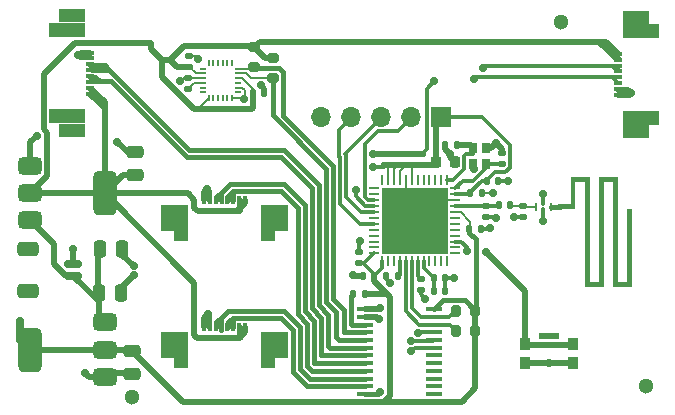
<source format=gbr>
%TF.GenerationSoftware,KiCad,Pcbnew,8.0.6*%
%TF.CreationDate,2024-11-26T20:51:27-05:00*%
%TF.ProjectId,pb_mobo_final,70625f6d-6f62-46f5-9f66-696e616c2e6b,rev?*%
%TF.SameCoordinates,Original*%
%TF.FileFunction,Copper,L1,Top*%
%TF.FilePolarity,Positive*%
%FSLAX46Y46*%
G04 Gerber Fmt 4.6, Leading zero omitted, Abs format (unit mm)*
G04 Created by KiCad (PCBNEW 8.0.6) date 2024-11-26 20:51:27*
%MOMM*%
%LPD*%
G01*
G04 APERTURE LIST*
G04 Aperture macros list*
%AMRoundRect*
0 Rectangle with rounded corners*
0 $1 Rounding radius*
0 $2 $3 $4 $5 $6 $7 $8 $9 X,Y pos of 4 corners*
0 Add a 4 corners polygon primitive as box body*
4,1,4,$2,$3,$4,$5,$6,$7,$8,$9,$2,$3,0*
0 Add four circle primitives for the rounded corners*
1,1,$1+$1,$2,$3*
1,1,$1+$1,$4,$5*
1,1,$1+$1,$6,$7*
1,1,$1+$1,$8,$9*
0 Add four rect primitives between the rounded corners*
20,1,$1+$1,$2,$3,$4,$5,0*
20,1,$1+$1,$4,$5,$6,$7,0*
20,1,$1+$1,$6,$7,$8,$9,0*
20,1,$1+$1,$8,$9,$2,$3,0*%
G04 Aperture macros list end*
%TA.AperFunction,EtchedComponent*%
%ADD10C,0.000000*%
%TD*%
%TA.AperFunction,WasherPad*%
%ADD11C,1.300000*%
%TD*%
%TA.AperFunction,SMDPad,CuDef*%
%ADD12RoundRect,0.050000X-0.050000X0.225000X-0.050000X-0.225000X0.050000X-0.225000X0.050000X0.225000X0*%
%TD*%
%TA.AperFunction,SMDPad,CuDef*%
%ADD13RoundRect,0.050000X-0.225000X-0.050000X0.225000X-0.050000X0.225000X0.050000X-0.225000X0.050000X0*%
%TD*%
%TA.AperFunction,SMDPad,CuDef*%
%ADD14RoundRect,0.250000X-0.250000X-0.475000X0.250000X-0.475000X0.250000X0.475000X-0.250000X0.475000X0*%
%TD*%
%TA.AperFunction,SMDPad,CuDef*%
%ADD15RoundRect,0.140000X0.170000X-0.140000X0.170000X0.140000X-0.170000X0.140000X-0.170000X-0.140000X0*%
%TD*%
%TA.AperFunction,SMDPad,CuDef*%
%ADD16RoundRect,0.140000X-0.170000X0.140000X-0.170000X-0.140000X0.170000X-0.140000X0.170000X0.140000X0*%
%TD*%
%TA.AperFunction,SMDPad,CuDef*%
%ADD17RoundRect,0.140000X-0.140000X-0.170000X0.140000X-0.170000X0.140000X0.170000X-0.140000X0.170000X0*%
%TD*%
%TA.AperFunction,SMDPad,CuDef*%
%ADD18RoundRect,0.375000X-0.625000X-0.375000X0.625000X-0.375000X0.625000X0.375000X-0.625000X0.375000X0*%
%TD*%
%TA.AperFunction,SMDPad,CuDef*%
%ADD19RoundRect,0.500000X-0.500000X-1.400000X0.500000X-1.400000X0.500000X1.400000X-0.500000X1.400000X0*%
%TD*%
%TA.AperFunction,ComponentPad*%
%ADD20R,1.700000X1.700000*%
%TD*%
%TA.AperFunction,ComponentPad*%
%ADD21O,1.700000X1.700000*%
%TD*%
%TA.AperFunction,SMDPad,CuDef*%
%ADD22RoundRect,0.200000X0.275000X-0.200000X0.275000X0.200000X-0.275000X0.200000X-0.275000X-0.200000X0*%
%TD*%
%TA.AperFunction,ConnectorPad*%
%ADD23R,0.400000X0.400000*%
%TD*%
%TA.AperFunction,SMDPad,CuDef*%
%ADD24R,3.049999X1.300000*%
%TD*%
%TA.AperFunction,SMDPad,CuDef*%
%ADD25R,0.800000X0.300000*%
%TD*%
%TA.AperFunction,SMDPad,CuDef*%
%ADD26R,0.300000X0.800000*%
%TD*%
%TA.AperFunction,SMDPad,CuDef*%
%ADD27R,1.300000X3.049999*%
%TD*%
%TA.AperFunction,SMDPad,CuDef*%
%ADD28RoundRect,0.150000X-0.625000X0.150000X-0.625000X-0.150000X0.625000X-0.150000X0.625000X0.150000X0*%
%TD*%
%TA.AperFunction,SMDPad,CuDef*%
%ADD29RoundRect,0.250000X-0.650000X0.350000X-0.650000X-0.350000X0.650000X-0.350000X0.650000X0.350000X0*%
%TD*%
%TA.AperFunction,SMDPad,CuDef*%
%ADD30RoundRect,0.200000X0.200000X0.275000X-0.200000X0.275000X-0.200000X-0.275000X0.200000X-0.275000X0*%
%TD*%
%TA.AperFunction,SMDPad,CuDef*%
%ADD31RoundRect,0.225000X-0.225000X-0.250000X0.225000X-0.250000X0.225000X0.250000X-0.225000X0.250000X0*%
%TD*%
%TA.AperFunction,SMDPad,CuDef*%
%ADD32R,0.900000X1.000000*%
%TD*%
%TA.AperFunction,SMDPad,CuDef*%
%ADD33R,1.700000X0.550000*%
%TD*%
%TA.AperFunction,SMDPad,CuDef*%
%ADD34RoundRect,0.140000X0.140000X0.170000X-0.140000X0.170000X-0.140000X-0.170000X0.140000X-0.170000X0*%
%TD*%
%TA.AperFunction,SMDPad,CuDef*%
%ADD35RoundRect,0.135000X-0.135000X-0.185000X0.135000X-0.185000X0.135000X0.185000X-0.135000X0.185000X0*%
%TD*%
%TA.AperFunction,SMDPad,CuDef*%
%ADD36RoundRect,0.062500X0.062500X-0.375000X0.062500X0.375000X-0.062500X0.375000X-0.062500X-0.375000X0*%
%TD*%
%TA.AperFunction,SMDPad,CuDef*%
%ADD37RoundRect,0.062500X0.375000X-0.062500X0.375000X0.062500X-0.375000X0.062500X-0.375000X-0.062500X0*%
%TD*%
%TA.AperFunction,HeatsinkPad*%
%ADD38R,5.600000X5.600000*%
%TD*%
%TA.AperFunction,SMDPad,CuDef*%
%ADD39RoundRect,0.147500X-0.147500X-0.172500X0.147500X-0.172500X0.147500X0.172500X-0.147500X0.172500X0*%
%TD*%
%TA.AperFunction,SMDPad,CuDef*%
%ADD40RoundRect,0.250000X0.475000X-0.250000X0.475000X0.250000X-0.475000X0.250000X-0.475000X-0.250000X0*%
%TD*%
%TA.AperFunction,SMDPad,CuDef*%
%ADD41RoundRect,0.375000X0.625000X0.375000X-0.625000X0.375000X-0.625000X-0.375000X0.625000X-0.375000X0*%
%TD*%
%TA.AperFunction,SMDPad,CuDef*%
%ADD42RoundRect,0.500000X0.500000X1.400000X-0.500000X1.400000X-0.500000X-1.400000X0.500000X-1.400000X0*%
%TD*%
%TA.AperFunction,SMDPad,CuDef*%
%ADD43R,0.800000X0.900000*%
%TD*%
%TA.AperFunction,SMDPad,CuDef*%
%ADD44R,0.457200X0.254000*%
%TD*%
%TA.AperFunction,SMDPad,CuDef*%
%ADD45R,0.279400X0.711200*%
%TD*%
%TA.AperFunction,SMDPad,CuDef*%
%ADD46RoundRect,0.135000X0.135000X0.185000X-0.135000X0.185000X-0.135000X-0.185000X0.135000X-0.185000X0*%
%TD*%
%TA.AperFunction,SMDPad,CuDef*%
%ADD47RoundRect,0.250000X-0.475000X0.250000X-0.475000X-0.250000X0.475000X-0.250000X0.475000X0.250000X0*%
%TD*%
%TA.AperFunction,SMDPad,CuDef*%
%ADD48R,1.473200X0.355600*%
%TD*%
%TA.AperFunction,ViaPad*%
%ADD49C,0.700000*%
%TD*%
%TA.AperFunction,Conductor*%
%ADD50C,0.500000*%
%TD*%
%TA.AperFunction,Conductor*%
%ADD51C,0.400000*%
%TD*%
%TA.AperFunction,Conductor*%
%ADD52C,0.700000*%
%TD*%
%TA.AperFunction,Conductor*%
%ADD53C,0.300000*%
%TD*%
%TA.AperFunction,Conductor*%
%ADD54C,0.200000*%
%TD*%
G04 APERTURE END LIST*
%TA.AperFunction,EtchedComponent*%
%TO.C,AE1*%
G36*
X207912500Y-83312500D02*
G01*
X208312500Y-83312500D01*
X208312500Y-89912500D01*
X207912500Y-89912500D01*
X207912500Y-83312500D01*
G37*
%TD.AperFunction*%
%TA.AperFunction,EtchedComponent*%
G36*
X207112500Y-89512500D02*
G01*
X207912500Y-89512500D01*
X207912500Y-89912500D01*
X207112500Y-89912500D01*
X207112500Y-89512500D01*
G37*
%TD.AperFunction*%
%TA.AperFunction,EtchedComponent*%
G36*
X206712500Y-80612500D02*
G01*
X207112500Y-80612500D01*
X207112500Y-89912500D01*
X206712500Y-89912500D01*
X206712500Y-80612500D01*
G37*
%TD.AperFunction*%
%TA.AperFunction,EtchedComponent*%
G36*
X205912500Y-80612500D02*
G01*
X206712500Y-80612500D01*
X206712500Y-81012500D01*
X205912500Y-81012500D01*
X205912500Y-80612500D01*
G37*
%TD.AperFunction*%
%TA.AperFunction,EtchedComponent*%
G36*
X205512500Y-80612500D02*
G01*
X205912500Y-80612500D01*
X205912500Y-89912500D01*
X205512500Y-89912500D01*
X205512500Y-80612500D01*
G37*
%TD.AperFunction*%
%TA.AperFunction,EtchedComponent*%
G36*
X204712500Y-89512500D02*
G01*
X205512500Y-89512500D01*
X205512500Y-89912500D01*
X204712500Y-89912500D01*
X204712500Y-89512500D01*
G37*
%TD.AperFunction*%
%TA.AperFunction,EtchedComponent*%
G36*
X204312500Y-80612500D02*
G01*
X204712500Y-80612500D01*
X204712500Y-89912500D01*
X204312500Y-89912500D01*
X204312500Y-80612500D01*
G37*
%TD.AperFunction*%
%TA.AperFunction,EtchedComponent*%
G36*
X203112500Y-80612500D02*
G01*
X204712500Y-80612500D01*
X204712500Y-81012500D01*
X203112500Y-81012500D01*
X203112500Y-80612500D01*
G37*
%TD.AperFunction*%
%TA.AperFunction,EtchedComponent*%
G36*
X203112500Y-80612500D02*
G01*
X203512500Y-80612500D01*
X203512500Y-83312500D01*
X203112500Y-83312500D01*
X203112500Y-80612500D01*
G37*
%TD.AperFunction*%
%TA.AperFunction,EtchedComponent*%
G36*
X202012500Y-82912500D02*
G01*
X203512500Y-82912500D01*
X203512500Y-83312500D01*
X202012500Y-83312500D01*
X202012500Y-82912500D01*
G37*
%TD.AperFunction*%
D10*
%TA.AperFunction,EtchedComponent*%
%TO.C,J6*%
G36*
X162025000Y-77200003D02*
G01*
X159825000Y-77200003D01*
X159825000Y-76100003D01*
X162025000Y-76100003D01*
X162025000Y-77200003D01*
G37*
%TD.AperFunction*%
%TA.AperFunction,EtchedComponent*%
G36*
X162025000Y-67500003D02*
G01*
X159825000Y-67500003D01*
X159825000Y-66400003D01*
X162025000Y-66400003D01*
X162025000Y-67500003D01*
G37*
%TD.AperFunction*%
%TA.AperFunction,EtchedComponent*%
%TO.C,J4*%
G36*
X169500000Y-85175000D02*
G01*
X168400000Y-85175000D01*
X168400000Y-82975000D01*
X169500000Y-82975000D01*
X169500000Y-85175000D01*
G37*
%TD.AperFunction*%
%TA.AperFunction,EtchedComponent*%
G36*
X179200000Y-85175000D02*
G01*
X178100000Y-85175000D01*
X178100000Y-82975000D01*
X179200000Y-82975000D01*
X179200000Y-85175000D01*
G37*
%TD.AperFunction*%
%TA.AperFunction,EtchedComponent*%
%TO.C,J5*%
G36*
X209726070Y-77300000D02*
G01*
X207526070Y-77300000D01*
X207526070Y-76200000D01*
X209726070Y-76200000D01*
X209726070Y-77300000D01*
G37*
%TD.AperFunction*%
%TA.AperFunction,EtchedComponent*%
G36*
X209726070Y-67600000D02*
G01*
X207526070Y-67600000D01*
X207526070Y-66500000D01*
X209726070Y-66500000D01*
X209726070Y-67600000D01*
G37*
%TD.AperFunction*%
%TA.AperFunction,EtchedComponent*%
%TO.C,J3*%
G36*
X169500000Y-95900000D02*
G01*
X168400000Y-95900000D01*
X168400000Y-93700000D01*
X169500000Y-93700000D01*
X169500000Y-95900000D01*
G37*
%TD.AperFunction*%
%TA.AperFunction,EtchedComponent*%
G36*
X179200000Y-95900000D02*
G01*
X178100000Y-95900000D01*
X178100000Y-93700000D01*
X179200000Y-93700000D01*
X179200000Y-95900000D01*
G37*
%TD.AperFunction*%
%TD*%
D11*
%TO.P,REF\u002A\u002A,*%
%TO.N,*%
X166000000Y-99250000D03*
%TD*%
%TO.P,REF\u002A\u002A,*%
%TO.N,*%
X202250000Y-67500000D03*
%TD*%
%TO.P,REF\u002A\u002A,*%
%TO.N,*%
X209500000Y-98250000D03*
%TD*%
D12*
%TO.P,U6,1,NC*%
%TO.N,unconnected-(U6-NC-Pad1)*%
X174443101Y-70913101D03*
%TO.P,U6,2,NC*%
%TO.N,unconnected-(U6-NC-Pad2)*%
X174043101Y-70913101D03*
%TO.P,U6,3,NC*%
%TO.N,unconnected-(U6-NC-Pad3)*%
X173643101Y-70913101D03*
%TO.P,U6,4,NC*%
%TO.N,unconnected-(U6-NC-Pad4)*%
X173243101Y-70913101D03*
%TO.P,U6,5,NC*%
%TO.N,unconnected-(U6-NC-Pad5)*%
X172843101Y-70913101D03*
%TO.P,U6,6,NC*%
%TO.N,unconnected-(U6-NC-Pad6)*%
X172443101Y-70913101D03*
D13*
%TO.P,U6,7,AUX_CL*%
%TO.N,unconnected-(U6-AUX_CL-Pad7)*%
X171943101Y-71413101D03*
%TO.P,U6,8,VDDIO*%
%TO.N,+1V8*%
X171943101Y-71813101D03*
%TO.P,U6,9,SDO/AD0*%
%TO.N,GND*%
X171943101Y-72213101D03*
%TO.P,U6,10,REGOUT*%
%TO.N,Net-(U6-REGOUT)*%
X171943101Y-72613101D03*
%TO.P,U6,11,FSYNC*%
%TO.N,unconnected-(U6-FSYNC-Pad11)*%
X171943101Y-73013101D03*
%TO.P,U6,12,INT1*%
%TO.N,unconnected-(U6-INT1-Pad12)*%
X171943101Y-73413101D03*
D12*
%TO.P,U6,13,VDD*%
%TO.N,+1V8*%
X172443101Y-73913101D03*
%TO.P,U6,14,NC*%
%TO.N,unconnected-(U6-NC-Pad14)*%
X172843101Y-73913101D03*
%TO.P,U6,15,NC*%
%TO.N,unconnected-(U6-NC-Pad15)*%
X173243101Y-73913101D03*
%TO.P,U6,16,NC*%
%TO.N,unconnected-(U6-NC-Pad16)*%
X173643101Y-73913101D03*
%TO.P,U6,17,NC*%
%TO.N,unconnected-(U6-NC-Pad17)*%
X174043101Y-73913101D03*
%TO.P,U6,18,GND*%
%TO.N,GND*%
X174443101Y-73913101D03*
D13*
%TO.P,U6,19,RESV*%
%TO.N,unconnected-(U6-RESV-Pad19)*%
X174943101Y-73413101D03*
%TO.P,U6,20,GND*%
%TO.N,GND*%
X174943101Y-73013101D03*
%TO.P,U6,21,AUX_DA*%
%TO.N,unconnected-(U6-AUX_DA-Pad21)*%
X174943101Y-72613101D03*
%TO.P,U6,22,~{CS}*%
%TO.N,+1V8*%
X174943101Y-72213101D03*
%TO.P,U6,23,SCL/SCLK*%
%TO.N,Net-(U4-SC0)*%
X174943101Y-71813101D03*
%TO.P,U6,24,SDA/SDI*%
%TO.N,Net-(U4-SD0)*%
X174943101Y-71413101D03*
%TD*%
D14*
%TO.P,C21,1*%
%TO.N,VBUS*%
X163250000Y-86700000D03*
%TO.P,C21,2*%
%TO.N,GND*%
X165150000Y-86700000D03*
%TD*%
D15*
%TO.P,C5,1*%
%TO.N,+3.3V*%
X189500000Y-79580000D03*
%TO.P,C5,2*%
%TO.N,GND*%
X189500000Y-78620000D03*
%TD*%
D16*
%TO.P,C3,1*%
%TO.N,Net-(U1-NRST(PB11))*%
X190400000Y-89220000D03*
%TO.P,C3,2*%
%TO.N,GND*%
X190400000Y-90180000D03*
%TD*%
D17*
%TO.P,C13,1*%
%TO.N,+3.3VA*%
X191520000Y-90200000D03*
%TO.P,C13,2*%
%TO.N,GND*%
X192480000Y-90200000D03*
%TD*%
D18*
%TO.P,U5,1,GND*%
%TO.N,GND*%
X157350000Y-79650000D03*
%TO.P,U5,2,VO*%
%TO.N,+1V8*%
X157350000Y-81950000D03*
D19*
X163650000Y-81950000D03*
D18*
%TO.P,U5,3,VI*%
%TO.N,VBUS*%
X157350000Y-84250000D03*
%TD*%
D20*
%TO.P,J1,1,Pin_1*%
%TO.N,+3.3V*%
X192100000Y-75500000D03*
D21*
%TO.P,J1,2,Pin_2*%
%TO.N,Net-(J1-Pin_2)*%
X189560000Y-75500000D03*
%TO.P,J1,3,Pin_3*%
%TO.N,Net-(J1-Pin_3)*%
X187020000Y-75500000D03*
%TO.P,J1,4,Pin_4*%
%TO.N,SWO*%
X184480000Y-75500000D03*
%TO.P,J1,5,Pin_5*%
%TO.N,GND*%
X181940000Y-75500000D03*
%TD*%
D22*
%TO.P,R5,1*%
%TO.N,Net-(U4-SD0)*%
X176293101Y-71263101D03*
%TO.P,R5,2*%
%TO.N,+1V8*%
X176293101Y-69613101D03*
%TD*%
D23*
%TO.P,AE1,1,A*%
%TO.N,Net-(AE1-A)*%
X202212500Y-83112500D03*
%TD*%
D17*
%TO.P,C12,1*%
%TO.N,+3.3VA*%
X191520000Y-89130000D03*
%TO.P,C12,2*%
%TO.N,GND*%
X192480000Y-89130000D03*
%TD*%
D24*
%TO.P,J6,P2,P2*%
%TO.N,GND*%
X160500000Y-75450000D03*
%TO.P,J6,P1,P1*%
X160500000Y-68150006D03*
D25*
%TO.P,J6,8,8*%
%TO.N,+1V8*%
X162425000Y-73550007D03*
%TO.P,J6,7,7*%
X162425000Y-73050006D03*
%TO.P,J6,6,6*%
%TO.N,LS_CLK*%
X162425000Y-72550007D03*
%TO.P,J6,5,5*%
X162425000Y-72050008D03*
%TO.P,J6,4,4*%
%TO.N,LS_DA*%
X162425000Y-71550006D03*
%TO.P,J6,3,3*%
X162425000Y-71050007D03*
%TO.P,J6,2,2*%
%TO.N,GND*%
X162425000Y-70550006D03*
%TO.P,J6,1,1*%
X162425000Y-70050007D03*
%TD*%
D26*
%TO.P,J4,1,1*%
%TO.N,GND*%
X172050004Y-82575000D03*
%TO.P,J4,2,2*%
X172550003Y-82575000D03*
%TO.P,J4,3,3*%
%TO.N,MB_DA*%
X173050004Y-82575000D03*
%TO.P,J4,4,4*%
X173550003Y-82575000D03*
%TO.P,J4,5,5*%
%TO.N,MB_CLK*%
X174050005Y-82575000D03*
%TO.P,J4,6,6*%
X174550004Y-82575000D03*
%TO.P,J4,7,7*%
%TO.N,+1V8*%
X175050003Y-82575000D03*
%TO.P,J4,8,8*%
X175550004Y-82575000D03*
D27*
%TO.P,J4,P1,P1*%
%TO.N,GND*%
X170150003Y-84500000D03*
%TO.P,J4,P2,P2*%
X177449997Y-84500000D03*
%TD*%
D28*
%TO.P,J2,1,Pin_1*%
%TO.N,GND*%
X161000000Y-87950000D03*
%TO.P,J2,2,Pin_2*%
%TO.N,VBUS*%
X161000000Y-88950000D03*
D29*
%TO.P,J2,MP*%
%TO.N,N/C*%
X157125000Y-86650000D03*
X157125000Y-90250000D03*
%TD*%
D15*
%TO.P,C9,1*%
%TO.N,+3.3V*%
X187400000Y-79580000D03*
%TO.P,C9,2*%
%TO.N,GND*%
X187400000Y-78620000D03*
%TD*%
%TO.P,C24,1*%
%TO.N,+1V8*%
X170793101Y-71263101D03*
%TO.P,C24,2*%
%TO.N,GND*%
X170793101Y-70303101D03*
%TD*%
%TO.P,C6,1*%
%TO.N,+3.3V*%
X190500000Y-79560000D03*
%TO.P,C6,2*%
%TO.N,GND*%
X190500000Y-78600000D03*
%TD*%
D16*
%TO.P,C16,2*%
%TO.N,GND*%
X199100000Y-83980000D03*
%TO.P,C16,1*%
%TO.N,Net-(U2-IN)*%
X199100000Y-83020000D03*
%TD*%
D30*
%TO.P,R2,2*%
%TO.N,Net-(U1-PB8)*%
X193375000Y-93600000D03*
%TO.P,R2,1*%
%TO.N,+3.3V*%
X195025000Y-93600000D03*
%TD*%
D15*
%TO.P,C22,1*%
%TO.N,Net-(U6-REGOUT)*%
X170693101Y-73143101D03*
%TO.P,C22,2*%
%TO.N,GND*%
X170693101Y-72183101D03*
%TD*%
%TO.P,C10,1*%
%TO.N,+3.3V*%
X188500000Y-79580000D03*
%TO.P,C10,2*%
%TO.N,GND*%
X188500000Y-78620000D03*
%TD*%
D17*
%TO.P,C15,1*%
%TO.N,+3.3V*%
X194620000Y-81900000D03*
%TO.P,C15,2*%
%TO.N,GND*%
X195580000Y-81900000D03*
%TD*%
D31*
%TO.P,C11,1*%
%TO.N,+3.3V*%
X191725000Y-79300000D03*
%TO.P,C11,2*%
%TO.N,GND*%
X193275000Y-79300000D03*
%TD*%
D32*
%TO.P,SW2,1,1*%
%TO.N,Net-(U1-PA6)*%
X199200000Y-94700000D03*
X203300000Y-94700000D03*
%TO.P,SW2,2,2*%
%TO.N,GND*%
X199200000Y-96300000D03*
X203300000Y-96300000D03*
D33*
%TO.P,SW2,SH*%
%TO.N,N/C*%
X201250000Y-94075000D03*
%TD*%
D34*
%TO.P,C1,1*%
%TO.N,Net-(U1-OSC_IN)*%
X193460000Y-77900000D03*
%TO.P,C1,2*%
%TO.N,GND*%
X192500000Y-77900000D03*
%TD*%
D15*
%TO.P,C2,2*%
%TO.N,GND*%
X197300000Y-78520000D03*
%TO.P,C2,1*%
%TO.N,Net-(U1-OSC_OUT)*%
X197300000Y-79480000D03*
%TD*%
%TO.P,C4,1*%
%TO.N,+3.3V*%
X185200000Y-87880000D03*
%TO.P,C4,2*%
%TO.N,GND*%
X185200000Y-86920000D03*
%TD*%
D30*
%TO.P,R1,1*%
%TO.N,+3.3V*%
X195025000Y-91900000D03*
%TO.P,R1,2*%
%TO.N,Net-(U1-PB9)*%
X193375000Y-91900000D03*
%TD*%
D35*
%TO.P,R4,1*%
%TO.N,GND*%
X187480000Y-89000000D03*
%TO.P,R4,2*%
%TO.N,Net-(U1-PH3)*%
X188500000Y-89000000D03*
%TD*%
D17*
%TO.P,C14,1*%
%TO.N,+3.3V*%
X196020000Y-80900000D03*
%TO.P,C14,2*%
%TO.N,GND*%
X196980000Y-80900000D03*
%TD*%
D34*
%TO.P,C7,1*%
%TO.N,+3.3V*%
X186460000Y-89000000D03*
%TO.P,C7,2*%
%TO.N,GND*%
X185500000Y-89000000D03*
%TD*%
D36*
%TO.P,U1,1,VBAT*%
%TO.N,+3.3V*%
X187150000Y-87737500D03*
%TO.P,U1,2,PC14*%
%TO.N,unconnected-(U1-PC14-Pad2)*%
X187650000Y-87737500D03*
%TO.P,U1,3,PC15*%
%TO.N,unconnected-(U1-PC15-Pad3)*%
X188150000Y-87737500D03*
%TO.P,U1,4,PH3*%
%TO.N,Net-(U1-PH3)*%
X188650000Y-87737500D03*
%TO.P,U1,5,PB8*%
%TO.N,Net-(U1-PB8)*%
X189150000Y-87737500D03*
%TO.P,U1,6,PB9*%
%TO.N,Net-(U1-PB9)*%
X189650000Y-87737500D03*
%TO.P,U1,7,NRST(PB11)*%
%TO.N,Net-(U1-NRST(PB11))*%
X190150000Y-87737500D03*
%TO.P,U1,8,VDDA*%
%TO.N,+3.3VA*%
X190650000Y-87737500D03*
%TO.P,U1,9,PA0*%
%TO.N,unconnected-(U1-PA0-Pad9)*%
X191150000Y-87737500D03*
%TO.P,U1,10,PA1*%
%TO.N,unconnected-(U1-PA1-Pad10)*%
X191650000Y-87737500D03*
%TO.P,U1,11,PA2*%
%TO.N,unconnected-(U1-PA2-Pad11)*%
X192150000Y-87737500D03*
%TO.P,U1,12,PA3*%
%TO.N,unconnected-(U1-PA3-Pad12)*%
X192650000Y-87737500D03*
D37*
%TO.P,U1,13,PA4*%
%TO.N,unconnected-(U1-PA4-Pad13)*%
X193337500Y-87050000D03*
%TO.P,U1,14,PA5*%
%TO.N,unconnected-(U1-PA5-Pad14)*%
X193337500Y-86550000D03*
%TO.P,U1,15,PA6*%
%TO.N,Net-(U1-PA6)*%
X193337500Y-86050000D03*
%TO.P,U1,16,PA7*%
%TO.N,unconnected-(U1-PA7-Pad16)*%
X193337500Y-85550000D03*
%TO.P,U1,17,PA8*%
%TO.N,unconnected-(U1-PA8-Pad17)*%
X193337500Y-85050000D03*
%TO.P,U1,18,PA9*%
%TO.N,unconnected-(U1-PA9-Pad18)*%
X193337500Y-84550000D03*
%TO.P,U1,19,PB2*%
%TO.N,unconnected-(U1-PB2-Pad19)*%
X193337500Y-84050000D03*
%TO.P,U1,20,VDD*%
%TO.N,+3.3V*%
X193337500Y-83550000D03*
%TO.P,U1,21,RF1*%
%TO.N,RF_OUT*%
X193337500Y-83050000D03*
%TO.P,U1,22,VSSRF*%
%TO.N,GND*%
X193337500Y-82550000D03*
%TO.P,U1,23,VDDRF*%
%TO.N,+3.3V*%
X193337500Y-82050000D03*
%TO.P,U1,24,OSC_OUT*%
%TO.N,Net-(U1-OSC_OUT)*%
X193337500Y-81550000D03*
D36*
%TO.P,U1,25,OSC_IN*%
%TO.N,Net-(U1-OSC_IN)*%
X192650000Y-80862500D03*
%TO.P,U1,26,AT0*%
%TO.N,unconnected-(U1-AT0-Pad26)*%
X192150000Y-80862500D03*
%TO.P,U1,27,AT1*%
%TO.N,unconnected-(U1-AT1-Pad27)*%
X191650000Y-80862500D03*
%TO.P,U1,28,PB0*%
%TO.N,unconnected-(U1-PB0-Pad28)*%
X191150000Y-80862500D03*
%TO.P,U1,29,PB1*%
%TO.N,unconnected-(U1-PB1-Pad29)*%
X190650000Y-80862500D03*
%TO.P,U1,30,PE4*%
%TO.N,unconnected-(U1-PE4-Pad30)*%
X190150000Y-80862500D03*
%TO.P,U1,31,VDD*%
%TO.N,+3.3V*%
X189650000Y-80862500D03*
%TO.P,U1,32,VSS*%
%TO.N,GND*%
X189150000Y-80862500D03*
%TO.P,U1,33,VDD*%
%TO.N,+3.3V*%
X188650000Y-80862500D03*
%TO.P,U1,34,VDD*%
X188150000Y-80862500D03*
%TO.P,U1,35,VDD*%
X187650000Y-80862500D03*
%TO.P,U1,36,PA10*%
%TO.N,unconnected-(U1-PA10-Pad36)*%
X187150000Y-80862500D03*
D37*
%TO.P,U1,37,PA11*%
%TO.N,unconnected-(U1-PA11-Pad37)*%
X186462500Y-81550000D03*
%TO.P,U1,38,PA12*%
%TO.N,unconnected-(U1-PA12-Pad38)*%
X186462500Y-82050000D03*
%TO.P,U1,39,PA13*%
%TO.N,Net-(J1-Pin_2)*%
X186462500Y-82550000D03*
%TO.P,U1,40,VDD*%
%TO.N,+3.3V*%
X186462500Y-83050000D03*
%TO.P,U1,41,PA14*%
%TO.N,Net-(J1-Pin_3)*%
X186462500Y-83550000D03*
%TO.P,U1,42,PA15*%
%TO.N,unconnected-(U1-PA15-Pad42)*%
X186462500Y-84050000D03*
%TO.P,U1,43,PB3*%
%TO.N,SWO*%
X186462500Y-84550000D03*
%TO.P,U1,44,PB4*%
%TO.N,unconnected-(U1-PB4-Pad44)*%
X186462500Y-85050000D03*
%TO.P,U1,45,PB5*%
%TO.N,unconnected-(U1-PB5-Pad45)*%
X186462500Y-85550000D03*
%TO.P,U1,46,PB6*%
%TO.N,unconnected-(U1-PB6-Pad46)*%
X186462500Y-86050000D03*
%TO.P,U1,47,PB7*%
%TO.N,unconnected-(U1-PB7-Pad47)*%
X186462500Y-86550000D03*
%TO.P,U1,48,VDD*%
%TO.N,+3.3V*%
X186462500Y-87050000D03*
D38*
%TO.P,U1,49,VSS*%
%TO.N,GND*%
X189900000Y-84300000D03*
%TD*%
D39*
%TO.P,L1,2,2*%
%TO.N,Net-(U2-IN)*%
X197985000Y-83000000D03*
%TO.P,L1,1,1*%
%TO.N,RF_OUT*%
X197015000Y-83000000D03*
%TD*%
D40*
%TO.P,C20,1*%
%TO.N,+1V8*%
X166200000Y-80400000D03*
%TO.P,C20,2*%
%TO.N,GND*%
X166200000Y-78500000D03*
%TD*%
D24*
%TO.P,J5,P2,P2*%
%TO.N,GND*%
X209051070Y-68250003D03*
%TO.P,J5,P1,P1*%
X209051070Y-75549997D03*
D25*
%TO.P,J5,8,8*%
%TO.N,+1V8*%
X207126070Y-70149996D03*
%TO.P,J5,7,7*%
X207126070Y-70649997D03*
%TO.P,J5,6,6*%
%TO.N,RS_CLK*%
X207126070Y-71149996D03*
%TO.P,J5,5,5*%
X207126070Y-71649995D03*
%TO.P,J5,4,4*%
%TO.N,RS_DA*%
X207126070Y-72149997D03*
%TO.P,J5,3,3*%
X207126070Y-72649996D03*
%TO.P,J5,2,2*%
%TO.N,GND*%
X207126070Y-73149997D03*
%TO.P,J5,1,1*%
X207126070Y-73649996D03*
%TD*%
D17*
%TO.P,C8,1*%
%TO.N,+3.3V*%
X194520000Y-85000000D03*
%TO.P,C8,2*%
%TO.N,GND*%
X195480000Y-85000000D03*
%TD*%
D41*
%TO.P,U3,1,GND*%
%TO.N,GND*%
X163650000Y-97500000D03*
%TO.P,U3,2,VO*%
%TO.N,+3.3V*%
X163650000Y-95200000D03*
D42*
X157350000Y-95200000D03*
D41*
%TO.P,U3,3,VI*%
%TO.N,VBUS*%
X163650000Y-92900000D03*
%TD*%
D43*
%TO.P,Y1,4,4*%
%TO.N,GND*%
X195950000Y-78100000D03*
%TO.P,Y1,3,3*%
%TO.N,Net-(U1-OSC_OUT)*%
X195950000Y-79500000D03*
%TO.P,Y1,2,2*%
%TO.N,GND*%
X194850000Y-79500000D03*
%TO.P,Y1,1,1*%
%TO.N,Net-(U1-OSC_IN)*%
X194850000Y-78100000D03*
%TD*%
D16*
%TO.P,C17,2*%
%TO.N,GND*%
X195900000Y-84000000D03*
%TO.P,C17,1*%
%TO.N,RF_OUT*%
X195900000Y-83040000D03*
%TD*%
D44*
%TO.P,U2,4,GND*%
%TO.N,GND*%
X200790400Y-83328600D03*
D45*
%TO.P,U2,3,OUT*%
%TO.N,Net-(AE1-A)*%
X201400000Y-83100000D03*
D44*
%TO.P,U2,2,GND*%
%TO.N,GND*%
X200790400Y-82871400D03*
D45*
%TO.P,U2,1,IN*%
%TO.N,Net-(U2-IN)*%
X200180800Y-83100000D03*
%TD*%
D46*
%TO.P,R3,1*%
%TO.N,+3.3V*%
X185710000Y-90500000D03*
%TO.P,R3,2*%
%TO.N,Net-(U4-\u002ARESET)*%
X184690000Y-90500000D03*
%TD*%
D47*
%TO.P,C18,2*%
%TO.N,GND*%
X166000000Y-97250000D03*
%TO.P,C18,1*%
%TO.N,+3.3V*%
X166000000Y-95350000D03*
%TD*%
D17*
%TO.P,C23,2*%
%TO.N,GND*%
X177173101Y-73463101D03*
%TO.P,C23,1*%
%TO.N,+1V8*%
X176213101Y-73463101D03*
%TD*%
D14*
%TO.P,C19,1*%
%TO.N,VBUS*%
X163150000Y-90450000D03*
%TO.P,C19,2*%
%TO.N,GND*%
X165050000Y-90450000D03*
%TD*%
D22*
%TO.P,R6,1*%
%TO.N,Net-(U4-SC0)*%
X177893101Y-72188101D03*
%TO.P,R6,2*%
%TO.N,+1V8*%
X177893101Y-70538101D03*
%TD*%
D48*
%TO.P,U4,1,A0*%
%TO.N,GND*%
X185658000Y-91800000D03*
%TO.P,U4,2,A1*%
X185658000Y-92449999D03*
%TO.P,U4,3,\u002ARESET*%
%TO.N,Net-(U4-\u002ARESET)*%
X185658000Y-93099997D03*
%TO.P,U4,4,SD0*%
%TO.N,Net-(U4-SD0)*%
X185658000Y-93749998D03*
%TO.P,U4,5,SC0*%
%TO.N,Net-(U4-SC0)*%
X185658000Y-94399997D03*
%TO.P,U4,6,SD1*%
%TO.N,LS_DA*%
X185658000Y-95049998D03*
%TO.P,U4,7,SC1*%
%TO.N,LS_CLK*%
X185658000Y-95699997D03*
%TO.P,U4,8,SD2*%
%TO.N,MB_DA*%
X185658000Y-96349998D03*
%TO.P,U4,9,SC2*%
%TO.N,MB_CLK*%
X185658000Y-96999997D03*
%TO.P,U4,10,SD3*%
%TO.N,LB_DA*%
X185658000Y-97649998D03*
%TO.P,U4,11,SC3*%
%TO.N,LB_CLK*%
X185658000Y-98299997D03*
%TO.P,U4,12,GND*%
%TO.N,GND*%
X185658000Y-98949998D03*
%TO.P,U4,13,SD4*%
%TO.N,unconnected-(U4-SD4-Pad13)*%
X191500000Y-98949998D03*
%TO.P,U4,14,SC4*%
%TO.N,unconnected-(U4-SC4-Pad14)*%
X191500000Y-98299999D03*
%TO.P,U4,15,SD5*%
%TO.N,unconnected-(U4-SD5-Pad15)*%
X191500000Y-97649998D03*
%TO.P,U4,16,SC5*%
%TO.N,unconnected-(U4-SC5-Pad16)*%
X191500000Y-97000000D03*
%TO.P,U4,17,SD6*%
%TO.N,unconnected-(U4-SD6-Pad17)*%
X191500000Y-96349998D03*
%TO.P,U4,18,SC6*%
%TO.N,unconnected-(U4-SC6-Pad18)*%
X191500000Y-95700000D03*
%TO.P,U4,19,SD7*%
%TO.N,RS_DA*%
X191500000Y-95050001D03*
%TO.P,U4,20,SC7*%
%TO.N,RS_CLK*%
X191500000Y-94400000D03*
%TO.P,U4,21,A2*%
%TO.N,GND*%
X191500000Y-93750001D03*
%TO.P,U4,22,SCL*%
%TO.N,Net-(U1-PB8)*%
X191500000Y-93100000D03*
%TO.P,U4,23,SDA*%
%TO.N,Net-(U1-PB9)*%
X191500000Y-92450001D03*
%TO.P,U4,24,VCC*%
%TO.N,+3.3V*%
X191500000Y-91800000D03*
%TD*%
D26*
%TO.P,J3,1,1*%
%TO.N,GND*%
X172050004Y-93300000D03*
%TO.P,J3,2,2*%
X172550003Y-93300000D03*
%TO.P,J3,3,3*%
%TO.N,LB_DA*%
X173050004Y-93300000D03*
%TO.P,J3,4,4*%
X173550003Y-93300000D03*
%TO.P,J3,5,5*%
%TO.N,LB_CLK*%
X174050005Y-93300000D03*
%TO.P,J3,6,6*%
X174550004Y-93300000D03*
%TO.P,J3,7,7*%
%TO.N,+1V8*%
X175050003Y-93300000D03*
%TO.P,J3,8,8*%
X175550004Y-93300000D03*
D27*
%TO.P,J3,P1,P1*%
%TO.N,GND*%
X170150003Y-95225000D03*
%TO.P,J3,P2,P2*%
X177449997Y-95225000D03*
%TD*%
D49*
%TO.N,GND*%
X201250000Y-96300000D03*
X208250000Y-73500000D03*
X191500000Y-72500000D03*
X184700000Y-88900000D03*
%TO.N,+3.3V*%
X186400000Y-79700000D03*
X184900000Y-81700000D03*
X156500000Y-92750000D03*
%TO.N,GND*%
X186375000Y-78600000D03*
%TO.N,RS_CLK*%
X195704987Y-71397507D03*
%TO.N,RS_DA*%
X194900000Y-72250000D03*
X189617351Y-95347508D03*
%TO.N,RS_CLK*%
X189554413Y-94449708D03*
%TO.N,GND*%
X190162719Y-93786407D03*
X157920000Y-77076000D03*
X209051070Y-68250003D03*
X209051070Y-75549997D03*
X160500000Y-68150006D03*
X160500000Y-75450000D03*
X177449997Y-95225000D03*
X170150003Y-95225000D03*
X177449997Y-84500000D03*
X170150003Y-84500000D03*
X161400000Y-70300000D03*
X166100000Y-88900000D03*
X166100000Y-88100000D03*
X172300000Y-81600000D03*
X192887616Y-78609845D03*
X172400000Y-92200000D03*
%TO.N,Net-(U1-PA6)*%
X194316311Y-86883969D03*
X195900000Y-86900000D03*
%TO.N,GND*%
X186985714Y-98785714D03*
X186900000Y-92600000D03*
X187000000Y-91700000D03*
X164700000Y-77600000D03*
X161000000Y-86700000D03*
X162000000Y-97200000D03*
X193200000Y-89100000D03*
X190800000Y-90900000D03*
X185300000Y-86000000D03*
X194880025Y-79880025D03*
X187817567Y-89598413D03*
X197800000Y-80900000D03*
X196300000Y-84900000D03*
X196800000Y-77700000D03*
X196500000Y-81900000D03*
X188000000Y-86250000D03*
X189900000Y-84300000D03*
X176874913Y-72838100D03*
X200800000Y-82000000D03*
X196800000Y-84100000D03*
X198300000Y-84000000D03*
X200800000Y-84300000D03*
X171593101Y-70563101D03*
X175450000Y-73993576D03*
X169993101Y-72463101D03*
%TD*%
D50*
%TO.N,+1V8*%
X176293101Y-69613101D02*
X176781202Y-69125000D01*
X176781202Y-69125000D02*
X205500000Y-69125000D01*
X167600000Y-69250006D02*
X167600000Y-69720006D01*
X167600000Y-69720006D02*
X168543101Y-70663107D01*
D51*
%TO.N,Net-(U4-SD0)*%
X176293101Y-71263101D02*
X176418101Y-71388101D01*
X176418101Y-71388101D02*
X178422171Y-71388101D01*
X178422171Y-71388101D02*
X178768101Y-71734031D01*
X178768101Y-75389573D02*
X183000000Y-79621472D01*
X183949998Y-93749998D02*
X185658000Y-93749998D01*
X178768101Y-71734031D02*
X178768101Y-75389573D01*
X183000000Y-79621472D02*
X183000000Y-90957360D01*
X183000000Y-90957360D02*
X183900000Y-91857360D01*
X183900000Y-93700000D02*
X183949998Y-93749998D01*
X183900000Y-91857360D02*
X183900000Y-93700000D01*
%TO.N,Net-(U4-SC0)*%
X185658000Y-94399997D02*
X183499997Y-94399997D01*
X183499997Y-94399997D02*
X183200000Y-94100000D01*
X182400000Y-79870000D02*
X177893101Y-75363101D01*
X183200000Y-94100000D02*
X183200000Y-92005888D01*
X183200000Y-92005888D02*
X182400000Y-91205888D01*
X182400000Y-91205888D02*
X182400000Y-79870000D01*
X177893101Y-75363101D02*
X177893101Y-72188101D01*
D52*
%TO.N,+3.3V*%
X156500000Y-92750000D02*
X156500000Y-94350000D01*
X156500000Y-94350000D02*
X157350000Y-95200000D01*
D50*
%TO.N,Net-(U1-PA6)*%
X199200000Y-94700000D02*
X199200000Y-90200000D01*
X199200000Y-90200000D02*
X195900000Y-86900000D01*
X199200000Y-94700000D02*
X199300000Y-94800000D01*
X199300000Y-94800000D02*
X203200000Y-94800000D01*
X203200000Y-94800000D02*
X203300000Y-94700000D01*
%TO.N,GND*%
X201250000Y-96300000D02*
X203300000Y-96300000D01*
X199200000Y-96300000D02*
X201250000Y-96300000D01*
D53*
%TO.N,RS_DA*%
X206000000Y-72149997D02*
X207126070Y-72149997D01*
X195000003Y-72149997D02*
X206000000Y-72149997D01*
X206000000Y-72149997D02*
X206626071Y-72149997D01*
X206626071Y-72149997D02*
X207126070Y-72649996D01*
X194900000Y-72250000D02*
X195000003Y-72149997D01*
%TO.N,RS_CLK*%
X205750000Y-71149996D02*
X195952498Y-71149996D01*
X207126070Y-71149996D02*
X205750000Y-71149996D01*
X205750000Y-71149996D02*
X206626071Y-71149996D01*
X206626071Y-71149996D02*
X207126070Y-71649995D01*
X195952498Y-71149996D02*
X195704987Y-71397507D01*
X207126070Y-71649995D02*
X207126070Y-71149996D01*
D50*
%TO.N,+1V8*%
X205500000Y-69125000D02*
X206101074Y-69125000D01*
X205500000Y-69125000D02*
X206924996Y-70549996D01*
X206924996Y-70549996D02*
X207126070Y-70549996D01*
X206101074Y-69125000D02*
X207126070Y-70149996D01*
%TO.N,GND*%
X208250000Y-73500000D02*
X207999996Y-73249996D01*
X207999996Y-73249996D02*
X207126070Y-73249996D01*
X208100004Y-73649996D02*
X208250000Y-73500000D01*
X207126070Y-73649996D02*
X208100004Y-73649996D01*
D53*
X191500000Y-72500000D02*
X190900000Y-73100000D01*
X190900000Y-73100000D02*
X190900000Y-78200000D01*
X190900000Y-78200000D02*
X190500000Y-78600000D01*
D50*
X192500000Y-78222229D02*
X192500000Y-77900000D01*
X192887616Y-78609845D02*
X192500000Y-78222229D01*
X192887616Y-78609845D02*
X192887616Y-78912616D01*
X192887616Y-78912616D02*
X193275000Y-79300000D01*
X157350000Y-77646000D02*
X157350000Y-79650000D01*
X157920000Y-77076000D02*
X157350000Y-77646000D01*
X184800000Y-89000000D02*
X184700000Y-88900000D01*
X185500000Y-89000000D02*
X184800000Y-89000000D01*
D53*
%TO.N,+3.3V*%
X186462500Y-83050000D02*
X185732798Y-83050000D01*
X185732798Y-83050000D02*
X184900000Y-82217202D01*
X184900000Y-82217202D02*
X184900000Y-81700000D01*
X186400000Y-79700000D02*
X187280000Y-79700000D01*
X187280000Y-79700000D02*
X187400000Y-79580000D01*
%TO.N,Net-(J1-Pin_3)*%
X186920000Y-75700000D02*
X184000000Y-78620000D01*
X184000000Y-78620000D02*
X184000000Y-78666547D01*
X184000000Y-78666547D02*
X184050000Y-78716547D01*
X184050000Y-78716547D02*
X184050000Y-82250000D01*
X184050000Y-82250000D02*
X185350000Y-83550000D01*
X185350000Y-83550000D02*
X186462500Y-83550000D01*
%TO.N,SWO*%
X184380000Y-75700000D02*
X183500000Y-76580000D01*
X183550000Y-78923654D02*
X183550000Y-82850000D01*
X183500000Y-76580000D02*
X183500000Y-78873654D01*
X185250000Y-84550000D02*
X186462500Y-84550000D01*
X183500000Y-78873654D02*
X183550000Y-78923654D01*
X183550000Y-82850000D02*
X185250000Y-84550000D01*
D50*
%TO.N,+3.3V*%
X163650000Y-95200000D02*
X165650000Y-95200000D01*
X170302799Y-99602799D02*
X187300000Y-99602799D01*
X165650000Y-95200000D02*
X165750000Y-95300000D01*
X166000000Y-95300000D02*
X170302799Y-99602799D01*
X165750000Y-95300000D02*
X166000000Y-95300000D01*
%TO.N,GND*%
X190500000Y-78600000D02*
X186375000Y-78600000D01*
D53*
%TO.N,Net-(J1-Pin_2)*%
X189460000Y-75700000D02*
X188460000Y-76700000D01*
X185939904Y-82550000D02*
X186462500Y-82550000D01*
X188460000Y-76700000D02*
X186800000Y-76700000D01*
X186800000Y-76700000D02*
X185675000Y-77825000D01*
X185675000Y-77825000D02*
X185675000Y-82285096D01*
X185675000Y-82285096D02*
X185939904Y-82550000D01*
%TO.N,RS_DA*%
X191500000Y-95050001D02*
X189914858Y-95050001D01*
X189914858Y-95050001D02*
X189617351Y-95347508D01*
%TO.N,RS_CLK*%
X191413593Y-94486407D02*
X189591112Y-94486407D01*
X189591112Y-94486407D02*
X189554413Y-94449708D01*
X191500000Y-94400000D02*
X191413593Y-94486407D01*
%TO.N,GND*%
X190199125Y-93750001D02*
X190162719Y-93786407D01*
X191500000Y-93750001D02*
X190199125Y-93750001D01*
D50*
X197300000Y-78520000D02*
X197300000Y-78200000D01*
X197300000Y-78200000D02*
X196800000Y-77700000D01*
D54*
%TO.N,+1V8*%
X172443101Y-73913101D02*
X171562626Y-74793576D01*
X171562626Y-74793576D02*
X171192205Y-74793576D01*
D50*
X168543101Y-70663107D02*
X169193095Y-70663107D01*
X161149994Y-69250006D02*
X167600000Y-69250006D01*
X168543101Y-72144472D02*
X171192205Y-74793576D01*
X168543101Y-70663107D02*
X168543101Y-72144472D01*
X176250000Y-73500000D02*
X176213101Y-73463101D01*
X176162626Y-74793576D02*
X176250000Y-74706202D01*
X176250000Y-74706202D02*
X176250000Y-73500000D01*
X169193095Y-70663107D02*
X169793089Y-71263101D01*
X169793089Y-71263101D02*
X170793101Y-71263101D01*
X157350000Y-81950000D02*
X158800000Y-80500000D01*
X158800000Y-80500000D02*
X158800000Y-76824999D01*
X158800000Y-76824999D02*
X158500000Y-76524999D01*
X158500000Y-76524999D02*
X158500000Y-71900000D01*
X158500000Y-71900000D02*
X161149994Y-69250006D01*
X169193095Y-70663107D02*
X170343101Y-69513101D01*
X170343101Y-69513101D02*
X176193101Y-69513101D01*
X176193101Y-69513101D02*
X176293101Y-69613101D01*
D51*
%TO.N,MB_DA*%
X185658000Y-96349998D02*
X181404418Y-96349998D01*
X174225000Y-81175000D02*
X173500005Y-81899995D01*
X181404418Y-96349998D02*
X181400000Y-96354416D01*
X181400000Y-96354416D02*
X181400000Y-92751472D01*
X178814214Y-81175000D02*
X174225000Y-81175000D01*
X181400000Y-92751472D02*
X180600000Y-91951472D01*
X180600000Y-91951472D02*
X180600000Y-82960786D01*
X180600000Y-82960786D02*
X178814214Y-81175000D01*
D50*
%TO.N,GND*%
X161400000Y-70300000D02*
X161550006Y-70450006D01*
X161550006Y-70450006D02*
X162425000Y-70450006D01*
X161649993Y-70050007D02*
X161400000Y-70300000D01*
X162425000Y-70050007D02*
X161649993Y-70050007D01*
X165050000Y-89950000D02*
X166100000Y-88900000D01*
X165050000Y-90450000D02*
X165050000Y-89950000D01*
X165150000Y-87150000D02*
X166100000Y-88100000D01*
X165150000Y-86700000D02*
X165150000Y-87150000D01*
X172300000Y-81600000D02*
X172450003Y-81750003D01*
X172450003Y-81750003D02*
X172450003Y-82569235D01*
X172050004Y-81849996D02*
X172300000Y-81600000D01*
X172050004Y-82575000D02*
X172050004Y-81849996D01*
%TO.N,+1V8*%
X174875004Y-83500000D02*
X175075004Y-83500000D01*
X175075004Y-83500000D02*
X175150004Y-83425000D01*
X175150004Y-83425000D02*
X175150004Y-82575000D01*
X163650000Y-81950000D02*
X170675002Y-81950000D01*
X175550004Y-82825000D02*
X175550004Y-82575000D01*
X170675002Y-81950000D02*
X171250003Y-82525001D01*
X174875004Y-83500000D02*
X175550004Y-82825000D01*
X171250003Y-82525001D02*
X171250003Y-83224999D01*
X171250003Y-83224999D02*
X171525004Y-83500000D01*
X171525004Y-83500000D02*
X174875004Y-83500000D01*
X163650000Y-74775007D02*
X163650000Y-74275006D01*
X163650000Y-74275006D02*
X162525001Y-73150007D01*
X162525001Y-73150007D02*
X162425000Y-73150007D01*
X163650000Y-81950000D02*
X163650000Y-74775007D01*
X163650000Y-74775007D02*
X162425000Y-73550007D01*
D51*
%TO.N,LS_CLK*%
X185658000Y-95699997D02*
X182000000Y-95699997D01*
X181200000Y-91702944D02*
X181200000Y-81500000D01*
X182000000Y-95699997D02*
X182000000Y-92502944D01*
X182000000Y-92502944D02*
X181200000Y-91702944D01*
X170600000Y-78900000D02*
X164200006Y-72500006D01*
X164200006Y-72500006D02*
X163225000Y-72500006D01*
X181200000Y-81500000D02*
X178600000Y-78900000D01*
X178600000Y-78900000D02*
X170600000Y-78900000D01*
%TO.N,MB_CLK*%
X185658000Y-96999997D02*
X181197053Y-96999997D01*
X181197053Y-96999997D02*
X180800000Y-96602944D01*
X180800000Y-96602944D02*
X180800000Y-93000000D01*
X180800000Y-93000000D02*
X180000000Y-92200000D01*
X180000000Y-92200000D02*
X180000000Y-83209314D01*
X180000000Y-83209314D02*
X178565686Y-81775000D01*
X178565686Y-81775000D02*
X174500003Y-81775000D01*
%TO.N,LS_DA*%
X185658000Y-95049998D02*
X182749998Y-95049998D01*
X182749998Y-95049998D02*
X182600000Y-94900000D01*
X182600000Y-94900000D02*
X182600000Y-92254416D01*
X178824264Y-78275736D02*
X170824264Y-78275736D01*
X182600000Y-92254416D02*
X181800000Y-91454416D01*
X181800000Y-91454416D02*
X181800000Y-81251472D01*
X181800000Y-81251472D02*
X178824264Y-78275736D01*
X170824264Y-78275736D02*
X164048534Y-71500006D01*
X164048534Y-71500006D02*
X163648534Y-71100006D01*
X163648534Y-71100006D02*
X162425000Y-71100006D01*
D54*
%TO.N,Net-(U4-SC0)*%
X174943101Y-71813101D02*
X175655453Y-71813101D01*
X175655453Y-71813101D02*
X176030453Y-72188101D01*
X176030453Y-72188101D02*
X177893101Y-72188101D01*
D51*
%TO.N,LS_DA*%
X164048534Y-71500006D02*
X162576472Y-71500006D01*
%TO.N,LS_CLK*%
X163225000Y-72500006D02*
X162825000Y-72100006D01*
X162825000Y-72100006D02*
X162425000Y-72100006D01*
X163225000Y-72500006D02*
X162425000Y-72500006D01*
%TO.N,LB_DA*%
X185658000Y-97649998D02*
X184564212Y-97649998D01*
X178814214Y-91900000D02*
X174100005Y-91900000D01*
X184564212Y-97649998D02*
X184514213Y-97699997D01*
X184514213Y-97699997D02*
X181048525Y-97699997D01*
X181048525Y-97699997D02*
X180200000Y-96851472D01*
X180200000Y-96851472D02*
X180200000Y-93285786D01*
X180200000Y-93285786D02*
X178814214Y-91900000D01*
X174100005Y-91900000D02*
X173500005Y-92500000D01*
%TO.N,LB_CLK*%
X185658000Y-98299997D02*
X180799997Y-98299997D01*
X180799997Y-98299997D02*
X179600000Y-97100000D01*
X179600000Y-97100000D02*
X179600000Y-93534314D01*
X179600000Y-93534314D02*
X178565686Y-92500000D01*
X178565686Y-92500000D02*
X174500003Y-92500000D01*
%TO.N,MB_DA*%
X173500005Y-81899995D02*
X173100003Y-82299997D01*
X173100003Y-82299997D02*
X173100003Y-82575000D01*
X173500005Y-81899995D02*
X173500005Y-82575000D01*
%TO.N,MB_CLK*%
X174500003Y-81775000D02*
X174100003Y-82175000D01*
X174100003Y-82175000D02*
X174100003Y-82575000D01*
X174500003Y-81775000D02*
X174500003Y-82575000D01*
D53*
%TO.N,+3.3V*%
X196020000Y-80900000D02*
X196020000Y-80853154D01*
X196020000Y-80853154D02*
X196673154Y-80200000D01*
X196673154Y-80200000D02*
X197586846Y-80200000D01*
X197586846Y-80200000D02*
X198000000Y-79786846D01*
X198000000Y-79786846D02*
X198000000Y-77910050D01*
X198000000Y-77910050D02*
X195589950Y-75500000D01*
X195589950Y-75500000D02*
X192100000Y-75500000D01*
X194620000Y-81900000D02*
X194620000Y-81853154D01*
X194620000Y-81853154D02*
X195573154Y-80900000D01*
X195573154Y-80900000D02*
X196020000Y-80900000D01*
X193337500Y-82050000D02*
X194470000Y-82050000D01*
X194470000Y-82050000D02*
X194620000Y-81900000D01*
D50*
X191725000Y-79300000D02*
X191725000Y-75875000D01*
X191725000Y-75875000D02*
X192100000Y-75500000D01*
%TO.N,Net-(U1-OSC_IN)*%
X193460000Y-77900000D02*
X194650000Y-77900000D01*
X194650000Y-77900000D02*
X194850000Y-78100000D01*
D53*
%TO.N,Net-(U1-OSC_OUT)*%
X195950000Y-79500000D02*
X197020000Y-79500000D01*
D50*
%TO.N,GND*%
X172400000Y-92200000D02*
X172450004Y-92250004D01*
X172450004Y-92250004D02*
X172450004Y-93300000D01*
X172050004Y-92549996D02*
X172400000Y-92200000D01*
X172050004Y-93300000D02*
X172050004Y-92549996D01*
%TO.N,+1V8*%
X175100004Y-94200000D02*
X175150004Y-94150000D01*
X175150004Y-94150000D02*
X175150004Y-93300000D01*
D51*
%TO.N,LB_CLK*%
X174500003Y-92500000D02*
X174100005Y-92899998D01*
X174100005Y-92899998D02*
X174100005Y-93300000D01*
%TO.N,LB_DA*%
X173500005Y-92500000D02*
X173100003Y-92900002D01*
X173100003Y-92900002D02*
X173100003Y-93300000D01*
X173500005Y-92500000D02*
X173500005Y-93500000D01*
%TO.N,LB_CLK*%
X174500003Y-92500000D02*
X174500003Y-93300000D01*
%TO.N,+3.3V*%
X195025000Y-91900000D02*
X195066311Y-91858689D01*
X195066311Y-91858689D02*
X195066311Y-85866311D01*
X195066311Y-85866311D02*
X194520000Y-85320000D01*
X194520000Y-85320000D02*
X194520000Y-85000000D01*
D53*
%TO.N,Net-(U1-PA6)*%
X194316311Y-86506215D02*
X194316311Y-86883969D01*
X193860096Y-86050000D02*
X194316311Y-86506215D01*
X193337500Y-86050000D02*
X193860096Y-86050000D01*
D51*
%TO.N,+3.3V*%
X191500000Y-91800000D02*
X192300000Y-91000000D01*
X192300000Y-91000000D02*
X194125000Y-91000000D01*
X194125000Y-91000000D02*
X195025000Y-91900000D01*
D50*
X195025000Y-93600000D02*
X195025000Y-91900000D01*
X187300000Y-99602799D02*
X193897201Y-99602799D01*
X193897201Y-99602799D02*
X195025000Y-98475000D01*
X195025000Y-98475000D02*
X195025000Y-93600000D01*
D53*
%TO.N,Net-(U1-PB8)*%
X191500000Y-93100000D02*
X192875000Y-93100000D01*
X192875000Y-93100000D02*
X193375000Y-93600000D01*
%TO.N,Net-(U1-PB9)*%
X191500000Y-92450001D02*
X192824999Y-92450001D01*
X192824999Y-92450001D02*
X193375000Y-91900000D01*
D51*
%TO.N,GND*%
X186821430Y-98949998D02*
X186985714Y-98785714D01*
X185658000Y-98949998D02*
X186821430Y-98949998D01*
D50*
%TO.N,+3.3V*%
X185710000Y-90500000D02*
X187587783Y-90500000D01*
X187587783Y-90500000D02*
X187800000Y-90712217D01*
D51*
%TO.N,Net-(U4-\u002ARESET)*%
X184690000Y-90500000D02*
X184521400Y-90668600D01*
X184521400Y-90668600D02*
X184521400Y-93027799D01*
X184521400Y-93027799D02*
X184593600Y-93099999D01*
X184593600Y-93099999D02*
X185658000Y-93099999D01*
D50*
%TO.N,GND*%
X186749999Y-92449999D02*
X186900000Y-92600000D01*
X185658000Y-92449999D02*
X186749999Y-92449999D01*
X186900000Y-91800000D02*
X187000000Y-91700000D01*
X185658000Y-91800000D02*
X186900000Y-91800000D01*
%TO.N,+3.3V*%
X187300000Y-99602799D02*
X187800000Y-99102799D01*
X187800000Y-99102799D02*
X187800000Y-90712217D01*
X187800000Y-90712217D02*
X186460000Y-89372217D01*
X186460000Y-89372217D02*
X186460000Y-89000000D01*
D53*
%TO.N,Net-(U1-PB8)*%
X189150000Y-87737500D02*
X189150000Y-91950000D01*
X189150000Y-91950000D02*
X190300000Y-93100000D01*
X190300000Y-93100000D02*
X191500000Y-93100000D01*
%TO.N,Net-(U1-PB9)*%
X189650000Y-87737500D02*
X189650000Y-91650000D01*
X189650000Y-91650000D02*
X190450001Y-92450001D01*
X190450001Y-92450001D02*
X191500000Y-92450001D01*
%TO.N,GND*%
X190400000Y-90500000D02*
X190400000Y-90180000D01*
X190800000Y-90900000D02*
X190400000Y-90500000D01*
D50*
X165600000Y-78500000D02*
X164700000Y-77600000D01*
X166200000Y-78500000D02*
X165600000Y-78500000D01*
%TO.N,+1V8*%
X166200000Y-80400000D02*
X165200000Y-80400000D01*
X165200000Y-80400000D02*
X163650000Y-81950000D01*
D53*
%TO.N,GND*%
X194880025Y-79880025D02*
X194850000Y-79850000D01*
X194850000Y-79850000D02*
X194850000Y-79500000D01*
%TO.N,RF_OUT*%
X195900000Y-83040000D02*
X196975000Y-83040000D01*
X196975000Y-83040000D02*
X197015000Y-83000000D01*
X193337500Y-83050000D02*
X195890000Y-83050000D01*
X195890000Y-83050000D02*
X195900000Y-83040000D01*
D50*
%TO.N,+1V8*%
X163650000Y-81950000D02*
X171250003Y-89550003D01*
X171250003Y-89550003D02*
X171250003Y-93949999D01*
X175100004Y-94200000D02*
X175550004Y-93750000D01*
X171250003Y-93949999D02*
X171500004Y-94200000D01*
X171500004Y-94200000D02*
X175100004Y-94200000D01*
X175550004Y-93750000D02*
X175550004Y-93300000D01*
D53*
%TO.N,+3.3V*%
X185200000Y-87880000D02*
X185509999Y-87880000D01*
X185509999Y-87880000D02*
X186460000Y-88830001D01*
X186460000Y-88830001D02*
X186460000Y-89000000D01*
D50*
%TO.N,VBUS*%
X161000000Y-88950000D02*
X160372316Y-88950000D01*
X160372316Y-88950000D02*
X159400000Y-87977684D01*
X159400000Y-87977684D02*
X159400000Y-86300000D01*
X159400000Y-86300000D02*
X157350000Y-84250000D01*
X163100000Y-90450000D02*
X163100000Y-86850000D01*
X163100000Y-86850000D02*
X163250000Y-86700000D01*
%TO.N,GND*%
X161000000Y-87950000D02*
X161000000Y-86700000D01*
X165750000Y-97200000D02*
X163950000Y-97200000D01*
X163950000Y-97200000D02*
X163650000Y-97500000D01*
X162300000Y-97500000D02*
X162000000Y-97200000D01*
X163650000Y-97500000D02*
X162300000Y-97500000D01*
%TO.N,+1V8*%
X157350000Y-81950000D02*
X163650000Y-81950000D01*
%TO.N,+3.3V*%
X156850000Y-95200000D02*
X163150000Y-95200000D01*
%TO.N,VBUS*%
X163150000Y-92900000D02*
X163150000Y-91100000D01*
X163150000Y-91100000D02*
X161000000Y-88950000D01*
D53*
%TO.N,GND*%
X193170000Y-89130000D02*
X193200000Y-89100000D01*
X192480000Y-89130000D02*
X193170000Y-89130000D01*
X192480000Y-89130000D02*
X192480000Y-90200000D01*
%TO.N,+3.3VA*%
X190650000Y-87737500D02*
X190650000Y-88260000D01*
X190650000Y-88260000D02*
X191520000Y-89130000D01*
X191520000Y-90200000D02*
X191520000Y-89130000D01*
%TO.N,Net-(U1-NRST(PB11))*%
X190150000Y-87737500D02*
X190150000Y-88970000D01*
X190150000Y-88970000D02*
X190400000Y-89220000D01*
%TO.N,GND*%
X185200000Y-86100000D02*
X185300000Y-86000000D01*
X185200000Y-86920000D02*
X185200000Y-86100000D01*
%TO.N,+3.3V*%
X186462500Y-87050000D02*
X185632500Y-87880000D01*
X185632500Y-87880000D02*
X185200000Y-87880000D01*
X187150000Y-87737500D02*
X187150000Y-88310000D01*
X187150000Y-88310000D02*
X186460000Y-89000000D01*
%TO.N,Net-(U1-OSC_IN)*%
X194850000Y-78100000D02*
X194850000Y-78650000D01*
X194850000Y-78650000D02*
X194284190Y-78650000D01*
X194284190Y-78650000D02*
X194100000Y-78834190D01*
X194100000Y-78834190D02*
X194100000Y-79900000D01*
X194100000Y-79900000D02*
X193137500Y-80862500D01*
X193137500Y-80862500D02*
X192650000Y-80862500D01*
%TO.N,Net-(U1-OSC_OUT)*%
X193337500Y-81550000D02*
X193953532Y-80933968D01*
X193953532Y-80933968D02*
X194816032Y-80933968D01*
X194816032Y-80933968D02*
X195950000Y-79800000D01*
X195950000Y-79800000D02*
X195950000Y-79500000D01*
%TO.N,GND*%
X187480000Y-89260846D02*
X187817567Y-89598413D01*
X187480000Y-89000000D02*
X187480000Y-89260846D01*
%TO.N,Net-(U1-PH3)*%
X188650000Y-87737500D02*
X188650000Y-88850000D01*
X188650000Y-88850000D02*
X188500000Y-89000000D01*
%TO.N,GND*%
X196980000Y-80900000D02*
X197800000Y-80900000D01*
X196200000Y-85000000D02*
X196300000Y-84900000D01*
X195480000Y-85000000D02*
X196200000Y-85000000D01*
D54*
%TO.N,+3.3V*%
X193337500Y-83550000D02*
X193789386Y-83550000D01*
X193789386Y-83550000D02*
X194620000Y-84380614D01*
X194620000Y-84380614D02*
X194620000Y-84900000D01*
D50*
%TO.N,GND*%
X196400000Y-78100000D02*
X196800000Y-77700000D01*
X195950000Y-78100000D02*
X196400000Y-78100000D01*
%TO.N,+3.3V*%
X191725000Y-75975000D02*
X192000000Y-75700000D01*
X190500000Y-79560000D02*
X191465000Y-79560000D01*
X191465000Y-79560000D02*
X191725000Y-79300000D01*
D54*
%TO.N,RF_OUT*%
X195740000Y-83040000D02*
X195730000Y-83050000D01*
%TO.N,GND*%
X195580000Y-81900000D02*
X196500000Y-81900000D01*
%TO.N,Net-(U1-OSC_IN)*%
X192650000Y-80862500D02*
X192650000Y-80600000D01*
%TO.N,+3.3V*%
X189650000Y-80862500D02*
X189650000Y-79730000D01*
X189650000Y-79730000D02*
X189500000Y-79580000D01*
X188650000Y-80862500D02*
X188650000Y-80120001D01*
X188650000Y-80120001D02*
X189190001Y-79580000D01*
X189190001Y-79580000D02*
X189500000Y-79580000D01*
X188150000Y-80862500D02*
X188150000Y-79930000D01*
X188150000Y-79930000D02*
X188500000Y-79580000D01*
X187650000Y-80862500D02*
X187650000Y-79830000D01*
X187650000Y-79830000D02*
X187400000Y-79580000D01*
D50*
X190500000Y-79560000D02*
X187420000Y-79560000D01*
X187420000Y-79560000D02*
X187400000Y-79580000D01*
D54*
%TO.N,GND*%
X193337500Y-82550000D02*
X191650000Y-82550000D01*
X191650000Y-82550000D02*
X189900000Y-84300000D01*
X189150000Y-80862500D02*
X189150000Y-83550000D01*
X189150000Y-83550000D02*
X189900000Y-84300000D01*
D50*
X189900000Y-84350000D02*
X188000000Y-86250000D01*
X189900000Y-84300000D02*
X189900000Y-84350000D01*
X177173101Y-73136288D02*
X176874913Y-72838100D01*
X177173101Y-73463101D02*
X177173101Y-73136288D01*
D53*
X199100000Y-83980000D02*
X198320000Y-83980000D01*
D54*
X170273101Y-72183101D02*
X169993101Y-72463101D01*
X175314461Y-73013101D02*
X174943101Y-73013101D01*
X175518101Y-73216741D02*
X175314461Y-73013101D01*
X175518101Y-73216741D02*
X175518101Y-73925475D01*
X175450000Y-73993576D02*
X175369525Y-73913101D01*
X170723101Y-72213101D02*
X170693101Y-72183101D01*
X175518101Y-73925475D02*
X175450000Y-73993576D01*
D53*
X198320000Y-83980000D02*
X198300000Y-84000000D01*
D54*
X175369525Y-73913101D02*
X174443101Y-73913101D01*
D53*
X200790400Y-82871400D02*
X200790400Y-82009600D01*
D54*
X171943101Y-72213101D02*
X170723101Y-72213101D01*
X170693101Y-72183101D02*
X170273101Y-72183101D01*
D53*
X200790400Y-84290400D02*
X200800000Y-84300000D01*
D54*
X171333101Y-70303101D02*
X171593101Y-70563101D01*
D53*
X200790400Y-82009600D02*
X200800000Y-82000000D01*
X195900000Y-84000000D02*
X196700000Y-84000000D01*
X200790400Y-83328600D02*
X200790400Y-84290400D01*
D54*
X170793101Y-70303101D02*
X171333101Y-70303101D01*
D53*
X196700000Y-84000000D02*
X196800000Y-84100000D01*
D54*
%TO.N,Net-(U2-IN)*%
X198005000Y-83020000D02*
X197985000Y-83000000D01*
X199180000Y-83100000D02*
X199100000Y-83020000D01*
X199100000Y-83020000D02*
X198005000Y-83020000D01*
X200180800Y-83100000D02*
X199180000Y-83100000D01*
D51*
%TO.N,Net-(AE1-A)*%
X202212500Y-83112500D02*
X201431500Y-83112500D01*
X201431500Y-83112500D02*
X201419000Y-83100000D01*
D53*
%TO.N,Net-(U4-SD0)*%
X176293101Y-71263101D02*
X176318101Y-71288101D01*
D54*
X176143101Y-71413101D02*
X176293101Y-71263101D01*
X174943101Y-71413101D02*
X176143101Y-71413101D01*
%TO.N,+1V8*%
X176213101Y-73111741D02*
X176213101Y-73463101D01*
X174943101Y-72213101D02*
X175314461Y-72213101D01*
D50*
X177893101Y-70538101D02*
X177218101Y-70538101D01*
X177218101Y-70538101D02*
X176293101Y-69613101D01*
D54*
X171943101Y-71813101D02*
X171343101Y-71813101D01*
X175314461Y-72213101D02*
X176213101Y-73111741D01*
X171343101Y-71813101D02*
X170793101Y-71263101D01*
%TO.N,Net-(U6-REGOUT)*%
X171943101Y-72613101D02*
X171223101Y-72613101D01*
X171223101Y-72613101D02*
X170693101Y-73143101D01*
D50*
%TO.N,+1V8*%
X171192205Y-74793576D02*
X176162626Y-74793576D01*
%TD*%
M02*

</source>
